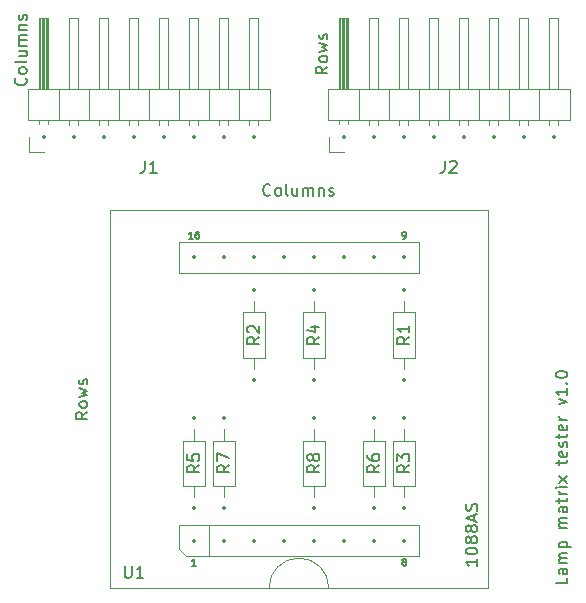
<source format=gbr>
%TF.GenerationSoftware,KiCad,Pcbnew,8.0.0*%
%TF.CreationDate,2024-03-13T19:41:11+01:00*%
%TF.ProjectId,Lamp Matrix Tester,4c616d70-204d-4617-9472-697820546573,1.0*%
%TF.SameCoordinates,Original*%
%TF.FileFunction,Legend,Top*%
%TF.FilePolarity,Positive*%
%FSLAX46Y46*%
G04 Gerber Fmt 4.6, Leading zero omitted, Abs format (unit mm)*
G04 Created by KiCad (PCBNEW 8.0.0) date 2024-03-13 19:41:11*
%MOMM*%
%LPD*%
G01*
G04 APERTURE LIST*
%ADD10C,0.150000*%
%ADD11C,0.120000*%
%ADD12C,0.100000*%
%ADD13C,0.350000*%
G04 APERTURE END LIST*
D10*
X30349819Y-51197745D02*
X29873628Y-51531078D01*
X30349819Y-51769173D02*
X29349819Y-51769173D01*
X29349819Y-51769173D02*
X29349819Y-51388221D01*
X29349819Y-51388221D02*
X29397438Y-51292983D01*
X29397438Y-51292983D02*
X29445057Y-51245364D01*
X29445057Y-51245364D02*
X29540295Y-51197745D01*
X29540295Y-51197745D02*
X29683152Y-51197745D01*
X29683152Y-51197745D02*
X29778390Y-51245364D01*
X29778390Y-51245364D02*
X29826009Y-51292983D01*
X29826009Y-51292983D02*
X29873628Y-51388221D01*
X29873628Y-51388221D02*
X29873628Y-51769173D01*
X30349819Y-50626316D02*
X30302200Y-50721554D01*
X30302200Y-50721554D02*
X30254580Y-50769173D01*
X30254580Y-50769173D02*
X30159342Y-50816792D01*
X30159342Y-50816792D02*
X29873628Y-50816792D01*
X29873628Y-50816792D02*
X29778390Y-50769173D01*
X29778390Y-50769173D02*
X29730771Y-50721554D01*
X29730771Y-50721554D02*
X29683152Y-50626316D01*
X29683152Y-50626316D02*
X29683152Y-50483459D01*
X29683152Y-50483459D02*
X29730771Y-50388221D01*
X29730771Y-50388221D02*
X29778390Y-50340602D01*
X29778390Y-50340602D02*
X29873628Y-50292983D01*
X29873628Y-50292983D02*
X30159342Y-50292983D01*
X30159342Y-50292983D02*
X30254580Y-50340602D01*
X30254580Y-50340602D02*
X30302200Y-50388221D01*
X30302200Y-50388221D02*
X30349819Y-50483459D01*
X30349819Y-50483459D02*
X30349819Y-50626316D01*
X29683152Y-49959649D02*
X30349819Y-49769173D01*
X30349819Y-49769173D02*
X29873628Y-49578697D01*
X29873628Y-49578697D02*
X30349819Y-49388221D01*
X30349819Y-49388221D02*
X29683152Y-49197745D01*
X30302200Y-48864411D02*
X30349819Y-48769173D01*
X30349819Y-48769173D02*
X30349819Y-48578697D01*
X30349819Y-48578697D02*
X30302200Y-48483459D01*
X30302200Y-48483459D02*
X30206961Y-48435840D01*
X30206961Y-48435840D02*
X30159342Y-48435840D01*
X30159342Y-48435840D02*
X30064104Y-48483459D01*
X30064104Y-48483459D02*
X30016485Y-48578697D01*
X30016485Y-48578697D02*
X30016485Y-48721554D01*
X30016485Y-48721554D02*
X29968866Y-48816792D01*
X29968866Y-48816792D02*
X29873628Y-48864411D01*
X29873628Y-48864411D02*
X29826009Y-48864411D01*
X29826009Y-48864411D02*
X29730771Y-48816792D01*
X29730771Y-48816792D02*
X29683152Y-48721554D01*
X29683152Y-48721554D02*
X29683152Y-48578697D01*
X29683152Y-48578697D02*
X29730771Y-48483459D01*
X57127255Y-63875914D02*
X57070112Y-63847342D01*
X57070112Y-63847342D02*
X57041541Y-63818771D01*
X57041541Y-63818771D02*
X57012969Y-63761628D01*
X57012969Y-63761628D02*
X57012969Y-63733057D01*
X57012969Y-63733057D02*
X57041541Y-63675914D01*
X57041541Y-63675914D02*
X57070112Y-63647342D01*
X57070112Y-63647342D02*
X57127255Y-63618771D01*
X57127255Y-63618771D02*
X57241541Y-63618771D01*
X57241541Y-63618771D02*
X57298684Y-63647342D01*
X57298684Y-63647342D02*
X57327255Y-63675914D01*
X57327255Y-63675914D02*
X57355826Y-63733057D01*
X57355826Y-63733057D02*
X57355826Y-63761628D01*
X57355826Y-63761628D02*
X57327255Y-63818771D01*
X57327255Y-63818771D02*
X57298684Y-63847342D01*
X57298684Y-63847342D02*
X57241541Y-63875914D01*
X57241541Y-63875914D02*
X57127255Y-63875914D01*
X57127255Y-63875914D02*
X57070112Y-63904485D01*
X57070112Y-63904485D02*
X57041541Y-63933057D01*
X57041541Y-63933057D02*
X57012969Y-63990200D01*
X57012969Y-63990200D02*
X57012969Y-64104485D01*
X57012969Y-64104485D02*
X57041541Y-64161628D01*
X57041541Y-64161628D02*
X57070112Y-64190200D01*
X57070112Y-64190200D02*
X57127255Y-64218771D01*
X57127255Y-64218771D02*
X57241541Y-64218771D01*
X57241541Y-64218771D02*
X57298684Y-64190200D01*
X57298684Y-64190200D02*
X57327255Y-64161628D01*
X57327255Y-64161628D02*
X57355826Y-64104485D01*
X57355826Y-64104485D02*
X57355826Y-63990200D01*
X57355826Y-63990200D02*
X57327255Y-63933057D01*
X57327255Y-63933057D02*
X57298684Y-63904485D01*
X57298684Y-63904485D02*
X57241541Y-63875914D01*
X39255826Y-36518771D02*
X38912969Y-36518771D01*
X39084398Y-36518771D02*
X39084398Y-35918771D01*
X39084398Y-35918771D02*
X39027255Y-36004485D01*
X39027255Y-36004485D02*
X38970112Y-36061628D01*
X38970112Y-36061628D02*
X38912969Y-36090200D01*
X39770113Y-35918771D02*
X39655827Y-35918771D01*
X39655827Y-35918771D02*
X39598684Y-35947342D01*
X39598684Y-35947342D02*
X39570113Y-35975914D01*
X39570113Y-35975914D02*
X39512970Y-36061628D01*
X39512970Y-36061628D02*
X39484398Y-36175914D01*
X39484398Y-36175914D02*
X39484398Y-36404485D01*
X39484398Y-36404485D02*
X39512970Y-36461628D01*
X39512970Y-36461628D02*
X39541541Y-36490200D01*
X39541541Y-36490200D02*
X39598684Y-36518771D01*
X39598684Y-36518771D02*
X39712970Y-36518771D01*
X39712970Y-36518771D02*
X39770113Y-36490200D01*
X39770113Y-36490200D02*
X39798684Y-36461628D01*
X39798684Y-36461628D02*
X39827255Y-36404485D01*
X39827255Y-36404485D02*
X39827255Y-36261628D01*
X39827255Y-36261628D02*
X39798684Y-36204485D01*
X39798684Y-36204485D02*
X39770113Y-36175914D01*
X39770113Y-36175914D02*
X39712970Y-36147342D01*
X39712970Y-36147342D02*
X39598684Y-36147342D01*
X39598684Y-36147342D02*
X39541541Y-36175914D01*
X39541541Y-36175914D02*
X39512970Y-36204485D01*
X39512970Y-36204485D02*
X39484398Y-36261628D01*
X39555826Y-64218771D02*
X39212969Y-64218771D01*
X39384398Y-64218771D02*
X39384398Y-63618771D01*
X39384398Y-63618771D02*
X39327255Y-63704485D01*
X39327255Y-63704485D02*
X39270112Y-63761628D01*
X39270112Y-63761628D02*
X39212969Y-63790200D01*
X57070112Y-36518771D02*
X57184398Y-36518771D01*
X57184398Y-36518771D02*
X57241541Y-36490200D01*
X57241541Y-36490200D02*
X57270112Y-36461628D01*
X57270112Y-36461628D02*
X57327255Y-36375914D01*
X57327255Y-36375914D02*
X57355826Y-36261628D01*
X57355826Y-36261628D02*
X57355826Y-36033057D01*
X57355826Y-36033057D02*
X57327255Y-35975914D01*
X57327255Y-35975914D02*
X57298684Y-35947342D01*
X57298684Y-35947342D02*
X57241541Y-35918771D01*
X57241541Y-35918771D02*
X57127255Y-35918771D01*
X57127255Y-35918771D02*
X57070112Y-35947342D01*
X57070112Y-35947342D02*
X57041541Y-35975914D01*
X57041541Y-35975914D02*
X57012969Y-36033057D01*
X57012969Y-36033057D02*
X57012969Y-36175914D01*
X57012969Y-36175914D02*
X57041541Y-36233057D01*
X57041541Y-36233057D02*
X57070112Y-36261628D01*
X57070112Y-36261628D02*
X57127255Y-36290200D01*
X57127255Y-36290200D02*
X57241541Y-36290200D01*
X57241541Y-36290200D02*
X57298684Y-36261628D01*
X57298684Y-36261628D02*
X57327255Y-36233057D01*
X57327255Y-36233057D02*
X57355826Y-36175914D01*
X63369819Y-63639411D02*
X63369819Y-64210839D01*
X63369819Y-63925125D02*
X62369819Y-63925125D01*
X62369819Y-63925125D02*
X62512676Y-64020363D01*
X62512676Y-64020363D02*
X62607914Y-64115601D01*
X62607914Y-64115601D02*
X62655533Y-64210839D01*
X62369819Y-63020363D02*
X62369819Y-62925125D01*
X62369819Y-62925125D02*
X62417438Y-62829887D01*
X62417438Y-62829887D02*
X62465057Y-62782268D01*
X62465057Y-62782268D02*
X62560295Y-62734649D01*
X62560295Y-62734649D02*
X62750771Y-62687030D01*
X62750771Y-62687030D02*
X62988866Y-62687030D01*
X62988866Y-62687030D02*
X63179342Y-62734649D01*
X63179342Y-62734649D02*
X63274580Y-62782268D01*
X63274580Y-62782268D02*
X63322200Y-62829887D01*
X63322200Y-62829887D02*
X63369819Y-62925125D01*
X63369819Y-62925125D02*
X63369819Y-63020363D01*
X63369819Y-63020363D02*
X63322200Y-63115601D01*
X63322200Y-63115601D02*
X63274580Y-63163220D01*
X63274580Y-63163220D02*
X63179342Y-63210839D01*
X63179342Y-63210839D02*
X62988866Y-63258458D01*
X62988866Y-63258458D02*
X62750771Y-63258458D01*
X62750771Y-63258458D02*
X62560295Y-63210839D01*
X62560295Y-63210839D02*
X62465057Y-63163220D01*
X62465057Y-63163220D02*
X62417438Y-63115601D01*
X62417438Y-63115601D02*
X62369819Y-63020363D01*
X62798390Y-62115601D02*
X62750771Y-62210839D01*
X62750771Y-62210839D02*
X62703152Y-62258458D01*
X62703152Y-62258458D02*
X62607914Y-62306077D01*
X62607914Y-62306077D02*
X62560295Y-62306077D01*
X62560295Y-62306077D02*
X62465057Y-62258458D01*
X62465057Y-62258458D02*
X62417438Y-62210839D01*
X62417438Y-62210839D02*
X62369819Y-62115601D01*
X62369819Y-62115601D02*
X62369819Y-61925125D01*
X62369819Y-61925125D02*
X62417438Y-61829887D01*
X62417438Y-61829887D02*
X62465057Y-61782268D01*
X62465057Y-61782268D02*
X62560295Y-61734649D01*
X62560295Y-61734649D02*
X62607914Y-61734649D01*
X62607914Y-61734649D02*
X62703152Y-61782268D01*
X62703152Y-61782268D02*
X62750771Y-61829887D01*
X62750771Y-61829887D02*
X62798390Y-61925125D01*
X62798390Y-61925125D02*
X62798390Y-62115601D01*
X62798390Y-62115601D02*
X62846009Y-62210839D01*
X62846009Y-62210839D02*
X62893628Y-62258458D01*
X62893628Y-62258458D02*
X62988866Y-62306077D01*
X62988866Y-62306077D02*
X63179342Y-62306077D01*
X63179342Y-62306077D02*
X63274580Y-62258458D01*
X63274580Y-62258458D02*
X63322200Y-62210839D01*
X63322200Y-62210839D02*
X63369819Y-62115601D01*
X63369819Y-62115601D02*
X63369819Y-61925125D01*
X63369819Y-61925125D02*
X63322200Y-61829887D01*
X63322200Y-61829887D02*
X63274580Y-61782268D01*
X63274580Y-61782268D02*
X63179342Y-61734649D01*
X63179342Y-61734649D02*
X62988866Y-61734649D01*
X62988866Y-61734649D02*
X62893628Y-61782268D01*
X62893628Y-61782268D02*
X62846009Y-61829887D01*
X62846009Y-61829887D02*
X62798390Y-61925125D01*
X62798390Y-61163220D02*
X62750771Y-61258458D01*
X62750771Y-61258458D02*
X62703152Y-61306077D01*
X62703152Y-61306077D02*
X62607914Y-61353696D01*
X62607914Y-61353696D02*
X62560295Y-61353696D01*
X62560295Y-61353696D02*
X62465057Y-61306077D01*
X62465057Y-61306077D02*
X62417438Y-61258458D01*
X62417438Y-61258458D02*
X62369819Y-61163220D01*
X62369819Y-61163220D02*
X62369819Y-60972744D01*
X62369819Y-60972744D02*
X62417438Y-60877506D01*
X62417438Y-60877506D02*
X62465057Y-60829887D01*
X62465057Y-60829887D02*
X62560295Y-60782268D01*
X62560295Y-60782268D02*
X62607914Y-60782268D01*
X62607914Y-60782268D02*
X62703152Y-60829887D01*
X62703152Y-60829887D02*
X62750771Y-60877506D01*
X62750771Y-60877506D02*
X62798390Y-60972744D01*
X62798390Y-60972744D02*
X62798390Y-61163220D01*
X62798390Y-61163220D02*
X62846009Y-61258458D01*
X62846009Y-61258458D02*
X62893628Y-61306077D01*
X62893628Y-61306077D02*
X62988866Y-61353696D01*
X62988866Y-61353696D02*
X63179342Y-61353696D01*
X63179342Y-61353696D02*
X63274580Y-61306077D01*
X63274580Y-61306077D02*
X63322200Y-61258458D01*
X63322200Y-61258458D02*
X63369819Y-61163220D01*
X63369819Y-61163220D02*
X63369819Y-60972744D01*
X63369819Y-60972744D02*
X63322200Y-60877506D01*
X63322200Y-60877506D02*
X63274580Y-60829887D01*
X63274580Y-60829887D02*
X63179342Y-60782268D01*
X63179342Y-60782268D02*
X62988866Y-60782268D01*
X62988866Y-60782268D02*
X62893628Y-60829887D01*
X62893628Y-60829887D02*
X62846009Y-60877506D01*
X62846009Y-60877506D02*
X62798390Y-60972744D01*
X63084104Y-60401315D02*
X63084104Y-59925125D01*
X63369819Y-60496553D02*
X62369819Y-60163220D01*
X62369819Y-60163220D02*
X63369819Y-59829887D01*
X63322200Y-59544172D02*
X63369819Y-59401315D01*
X63369819Y-59401315D02*
X63369819Y-59163220D01*
X63369819Y-59163220D02*
X63322200Y-59067982D01*
X63322200Y-59067982D02*
X63274580Y-59020363D01*
X63274580Y-59020363D02*
X63179342Y-58972744D01*
X63179342Y-58972744D02*
X63084104Y-58972744D01*
X63084104Y-58972744D02*
X62988866Y-59020363D01*
X62988866Y-59020363D02*
X62941247Y-59067982D01*
X62941247Y-59067982D02*
X62893628Y-59163220D01*
X62893628Y-59163220D02*
X62846009Y-59353696D01*
X62846009Y-59353696D02*
X62798390Y-59448934D01*
X62798390Y-59448934D02*
X62750771Y-59496553D01*
X62750771Y-59496553D02*
X62655533Y-59544172D01*
X62655533Y-59544172D02*
X62560295Y-59544172D01*
X62560295Y-59544172D02*
X62465057Y-59496553D01*
X62465057Y-59496553D02*
X62417438Y-59448934D01*
X62417438Y-59448934D02*
X62369819Y-59353696D01*
X62369819Y-59353696D02*
X62369819Y-59115601D01*
X62369819Y-59115601D02*
X62417438Y-58972744D01*
X50669819Y-21951792D02*
X50193628Y-22285125D01*
X50669819Y-22523220D02*
X49669819Y-22523220D01*
X49669819Y-22523220D02*
X49669819Y-22142268D01*
X49669819Y-22142268D02*
X49717438Y-22047030D01*
X49717438Y-22047030D02*
X49765057Y-21999411D01*
X49765057Y-21999411D02*
X49860295Y-21951792D01*
X49860295Y-21951792D02*
X50003152Y-21951792D01*
X50003152Y-21951792D02*
X50098390Y-21999411D01*
X50098390Y-21999411D02*
X50146009Y-22047030D01*
X50146009Y-22047030D02*
X50193628Y-22142268D01*
X50193628Y-22142268D02*
X50193628Y-22523220D01*
X50669819Y-21380363D02*
X50622200Y-21475601D01*
X50622200Y-21475601D02*
X50574580Y-21523220D01*
X50574580Y-21523220D02*
X50479342Y-21570839D01*
X50479342Y-21570839D02*
X50193628Y-21570839D01*
X50193628Y-21570839D02*
X50098390Y-21523220D01*
X50098390Y-21523220D02*
X50050771Y-21475601D01*
X50050771Y-21475601D02*
X50003152Y-21380363D01*
X50003152Y-21380363D02*
X50003152Y-21237506D01*
X50003152Y-21237506D02*
X50050771Y-21142268D01*
X50050771Y-21142268D02*
X50098390Y-21094649D01*
X50098390Y-21094649D02*
X50193628Y-21047030D01*
X50193628Y-21047030D02*
X50479342Y-21047030D01*
X50479342Y-21047030D02*
X50574580Y-21094649D01*
X50574580Y-21094649D02*
X50622200Y-21142268D01*
X50622200Y-21142268D02*
X50669819Y-21237506D01*
X50669819Y-21237506D02*
X50669819Y-21380363D01*
X50003152Y-20713696D02*
X50669819Y-20523220D01*
X50669819Y-20523220D02*
X50193628Y-20332744D01*
X50193628Y-20332744D02*
X50669819Y-20142268D01*
X50669819Y-20142268D02*
X50003152Y-19951792D01*
X50622200Y-19618458D02*
X50669819Y-19523220D01*
X50669819Y-19523220D02*
X50669819Y-19332744D01*
X50669819Y-19332744D02*
X50622200Y-19237506D01*
X50622200Y-19237506D02*
X50526961Y-19189887D01*
X50526961Y-19189887D02*
X50479342Y-19189887D01*
X50479342Y-19189887D02*
X50384104Y-19237506D01*
X50384104Y-19237506D02*
X50336485Y-19332744D01*
X50336485Y-19332744D02*
X50336485Y-19475601D01*
X50336485Y-19475601D02*
X50288866Y-19570839D01*
X50288866Y-19570839D02*
X50193628Y-19618458D01*
X50193628Y-19618458D02*
X50146009Y-19618458D01*
X50146009Y-19618458D02*
X50050771Y-19570839D01*
X50050771Y-19570839D02*
X50003152Y-19475601D01*
X50003152Y-19475601D02*
X50003152Y-19332744D01*
X50003152Y-19332744D02*
X50050771Y-19237506D01*
X25114580Y-22931792D02*
X25162200Y-22979411D01*
X25162200Y-22979411D02*
X25209819Y-23122268D01*
X25209819Y-23122268D02*
X25209819Y-23217506D01*
X25209819Y-23217506D02*
X25162200Y-23360363D01*
X25162200Y-23360363D02*
X25066961Y-23455601D01*
X25066961Y-23455601D02*
X24971723Y-23503220D01*
X24971723Y-23503220D02*
X24781247Y-23550839D01*
X24781247Y-23550839D02*
X24638390Y-23550839D01*
X24638390Y-23550839D02*
X24447914Y-23503220D01*
X24447914Y-23503220D02*
X24352676Y-23455601D01*
X24352676Y-23455601D02*
X24257438Y-23360363D01*
X24257438Y-23360363D02*
X24209819Y-23217506D01*
X24209819Y-23217506D02*
X24209819Y-23122268D01*
X24209819Y-23122268D02*
X24257438Y-22979411D01*
X24257438Y-22979411D02*
X24305057Y-22931792D01*
X25209819Y-22360363D02*
X25162200Y-22455601D01*
X25162200Y-22455601D02*
X25114580Y-22503220D01*
X25114580Y-22503220D02*
X25019342Y-22550839D01*
X25019342Y-22550839D02*
X24733628Y-22550839D01*
X24733628Y-22550839D02*
X24638390Y-22503220D01*
X24638390Y-22503220D02*
X24590771Y-22455601D01*
X24590771Y-22455601D02*
X24543152Y-22360363D01*
X24543152Y-22360363D02*
X24543152Y-22217506D01*
X24543152Y-22217506D02*
X24590771Y-22122268D01*
X24590771Y-22122268D02*
X24638390Y-22074649D01*
X24638390Y-22074649D02*
X24733628Y-22027030D01*
X24733628Y-22027030D02*
X25019342Y-22027030D01*
X25019342Y-22027030D02*
X25114580Y-22074649D01*
X25114580Y-22074649D02*
X25162200Y-22122268D01*
X25162200Y-22122268D02*
X25209819Y-22217506D01*
X25209819Y-22217506D02*
X25209819Y-22360363D01*
X25209819Y-21455601D02*
X25162200Y-21550839D01*
X25162200Y-21550839D02*
X25066961Y-21598458D01*
X25066961Y-21598458D02*
X24209819Y-21598458D01*
X24543152Y-20646077D02*
X25209819Y-20646077D01*
X24543152Y-21074648D02*
X25066961Y-21074648D01*
X25066961Y-21074648D02*
X25162200Y-21027029D01*
X25162200Y-21027029D02*
X25209819Y-20931791D01*
X25209819Y-20931791D02*
X25209819Y-20788934D01*
X25209819Y-20788934D02*
X25162200Y-20693696D01*
X25162200Y-20693696D02*
X25114580Y-20646077D01*
X25209819Y-20169886D02*
X24543152Y-20169886D01*
X24638390Y-20169886D02*
X24590771Y-20122267D01*
X24590771Y-20122267D02*
X24543152Y-20027029D01*
X24543152Y-20027029D02*
X24543152Y-19884172D01*
X24543152Y-19884172D02*
X24590771Y-19788934D01*
X24590771Y-19788934D02*
X24686009Y-19741315D01*
X24686009Y-19741315D02*
X25209819Y-19741315D01*
X24686009Y-19741315D02*
X24590771Y-19693696D01*
X24590771Y-19693696D02*
X24543152Y-19598458D01*
X24543152Y-19598458D02*
X24543152Y-19455601D01*
X24543152Y-19455601D02*
X24590771Y-19360362D01*
X24590771Y-19360362D02*
X24686009Y-19312743D01*
X24686009Y-19312743D02*
X25209819Y-19312743D01*
X24543152Y-18836553D02*
X25209819Y-18836553D01*
X24638390Y-18836553D02*
X24590771Y-18788934D01*
X24590771Y-18788934D02*
X24543152Y-18693696D01*
X24543152Y-18693696D02*
X24543152Y-18550839D01*
X24543152Y-18550839D02*
X24590771Y-18455601D01*
X24590771Y-18455601D02*
X24686009Y-18407982D01*
X24686009Y-18407982D02*
X25209819Y-18407982D01*
X25162200Y-17979410D02*
X25209819Y-17884172D01*
X25209819Y-17884172D02*
X25209819Y-17693696D01*
X25209819Y-17693696D02*
X25162200Y-17598458D01*
X25162200Y-17598458D02*
X25066961Y-17550839D01*
X25066961Y-17550839D02*
X25019342Y-17550839D01*
X25019342Y-17550839D02*
X24924104Y-17598458D01*
X24924104Y-17598458D02*
X24876485Y-17693696D01*
X24876485Y-17693696D02*
X24876485Y-17836553D01*
X24876485Y-17836553D02*
X24828866Y-17931791D01*
X24828866Y-17931791D02*
X24733628Y-17979410D01*
X24733628Y-17979410D02*
X24686009Y-17979410D01*
X24686009Y-17979410D02*
X24590771Y-17931791D01*
X24590771Y-17931791D02*
X24543152Y-17836553D01*
X24543152Y-17836553D02*
X24543152Y-17693696D01*
X24543152Y-17693696D02*
X24590771Y-17598458D01*
X45852731Y-32794580D02*
X45805112Y-32842200D01*
X45805112Y-32842200D02*
X45662255Y-32889819D01*
X45662255Y-32889819D02*
X45567017Y-32889819D01*
X45567017Y-32889819D02*
X45424160Y-32842200D01*
X45424160Y-32842200D02*
X45328922Y-32746961D01*
X45328922Y-32746961D02*
X45281303Y-32651723D01*
X45281303Y-32651723D02*
X45233684Y-32461247D01*
X45233684Y-32461247D02*
X45233684Y-32318390D01*
X45233684Y-32318390D02*
X45281303Y-32127914D01*
X45281303Y-32127914D02*
X45328922Y-32032676D01*
X45328922Y-32032676D02*
X45424160Y-31937438D01*
X45424160Y-31937438D02*
X45567017Y-31889819D01*
X45567017Y-31889819D02*
X45662255Y-31889819D01*
X45662255Y-31889819D02*
X45805112Y-31937438D01*
X45805112Y-31937438D02*
X45852731Y-31985057D01*
X46424160Y-32889819D02*
X46328922Y-32842200D01*
X46328922Y-32842200D02*
X46281303Y-32794580D01*
X46281303Y-32794580D02*
X46233684Y-32699342D01*
X46233684Y-32699342D02*
X46233684Y-32413628D01*
X46233684Y-32413628D02*
X46281303Y-32318390D01*
X46281303Y-32318390D02*
X46328922Y-32270771D01*
X46328922Y-32270771D02*
X46424160Y-32223152D01*
X46424160Y-32223152D02*
X46567017Y-32223152D01*
X46567017Y-32223152D02*
X46662255Y-32270771D01*
X46662255Y-32270771D02*
X46709874Y-32318390D01*
X46709874Y-32318390D02*
X46757493Y-32413628D01*
X46757493Y-32413628D02*
X46757493Y-32699342D01*
X46757493Y-32699342D02*
X46709874Y-32794580D01*
X46709874Y-32794580D02*
X46662255Y-32842200D01*
X46662255Y-32842200D02*
X46567017Y-32889819D01*
X46567017Y-32889819D02*
X46424160Y-32889819D01*
X47328922Y-32889819D02*
X47233684Y-32842200D01*
X47233684Y-32842200D02*
X47186065Y-32746961D01*
X47186065Y-32746961D02*
X47186065Y-31889819D01*
X48138446Y-32223152D02*
X48138446Y-32889819D01*
X47709875Y-32223152D02*
X47709875Y-32746961D01*
X47709875Y-32746961D02*
X47757494Y-32842200D01*
X47757494Y-32842200D02*
X47852732Y-32889819D01*
X47852732Y-32889819D02*
X47995589Y-32889819D01*
X47995589Y-32889819D02*
X48090827Y-32842200D01*
X48090827Y-32842200D02*
X48138446Y-32794580D01*
X48614637Y-32889819D02*
X48614637Y-32223152D01*
X48614637Y-32318390D02*
X48662256Y-32270771D01*
X48662256Y-32270771D02*
X48757494Y-32223152D01*
X48757494Y-32223152D02*
X48900351Y-32223152D01*
X48900351Y-32223152D02*
X48995589Y-32270771D01*
X48995589Y-32270771D02*
X49043208Y-32366009D01*
X49043208Y-32366009D02*
X49043208Y-32889819D01*
X49043208Y-32366009D02*
X49090827Y-32270771D01*
X49090827Y-32270771D02*
X49186065Y-32223152D01*
X49186065Y-32223152D02*
X49328922Y-32223152D01*
X49328922Y-32223152D02*
X49424161Y-32270771D01*
X49424161Y-32270771D02*
X49471780Y-32366009D01*
X49471780Y-32366009D02*
X49471780Y-32889819D01*
X49947970Y-32223152D02*
X49947970Y-32889819D01*
X49947970Y-32318390D02*
X49995589Y-32270771D01*
X49995589Y-32270771D02*
X50090827Y-32223152D01*
X50090827Y-32223152D02*
X50233684Y-32223152D01*
X50233684Y-32223152D02*
X50328922Y-32270771D01*
X50328922Y-32270771D02*
X50376541Y-32366009D01*
X50376541Y-32366009D02*
X50376541Y-32889819D01*
X50805113Y-32842200D02*
X50900351Y-32889819D01*
X50900351Y-32889819D02*
X51090827Y-32889819D01*
X51090827Y-32889819D02*
X51186065Y-32842200D01*
X51186065Y-32842200D02*
X51233684Y-32746961D01*
X51233684Y-32746961D02*
X51233684Y-32699342D01*
X51233684Y-32699342D02*
X51186065Y-32604104D01*
X51186065Y-32604104D02*
X51090827Y-32556485D01*
X51090827Y-32556485D02*
X50947970Y-32556485D01*
X50947970Y-32556485D02*
X50852732Y-32508866D01*
X50852732Y-32508866D02*
X50805113Y-32413628D01*
X50805113Y-32413628D02*
X50805113Y-32366009D01*
X50805113Y-32366009D02*
X50852732Y-32270771D01*
X50852732Y-32270771D02*
X50947970Y-32223152D01*
X50947970Y-32223152D02*
X51090827Y-32223152D01*
X51090827Y-32223152D02*
X51186065Y-32270771D01*
X70989819Y-65227030D02*
X70989819Y-65703220D01*
X70989819Y-65703220D02*
X69989819Y-65703220D01*
X70989819Y-64465125D02*
X70466009Y-64465125D01*
X70466009Y-64465125D02*
X70370771Y-64512744D01*
X70370771Y-64512744D02*
X70323152Y-64607982D01*
X70323152Y-64607982D02*
X70323152Y-64798458D01*
X70323152Y-64798458D02*
X70370771Y-64893696D01*
X70942200Y-64465125D02*
X70989819Y-64560363D01*
X70989819Y-64560363D02*
X70989819Y-64798458D01*
X70989819Y-64798458D02*
X70942200Y-64893696D01*
X70942200Y-64893696D02*
X70846961Y-64941315D01*
X70846961Y-64941315D02*
X70751723Y-64941315D01*
X70751723Y-64941315D02*
X70656485Y-64893696D01*
X70656485Y-64893696D02*
X70608866Y-64798458D01*
X70608866Y-64798458D02*
X70608866Y-64560363D01*
X70608866Y-64560363D02*
X70561247Y-64465125D01*
X70989819Y-63988934D02*
X70323152Y-63988934D01*
X70418390Y-63988934D02*
X70370771Y-63941315D01*
X70370771Y-63941315D02*
X70323152Y-63846077D01*
X70323152Y-63846077D02*
X70323152Y-63703220D01*
X70323152Y-63703220D02*
X70370771Y-63607982D01*
X70370771Y-63607982D02*
X70466009Y-63560363D01*
X70466009Y-63560363D02*
X70989819Y-63560363D01*
X70466009Y-63560363D02*
X70370771Y-63512744D01*
X70370771Y-63512744D02*
X70323152Y-63417506D01*
X70323152Y-63417506D02*
X70323152Y-63274649D01*
X70323152Y-63274649D02*
X70370771Y-63179410D01*
X70370771Y-63179410D02*
X70466009Y-63131791D01*
X70466009Y-63131791D02*
X70989819Y-63131791D01*
X70323152Y-62655601D02*
X71323152Y-62655601D01*
X70370771Y-62655601D02*
X70323152Y-62560363D01*
X70323152Y-62560363D02*
X70323152Y-62369887D01*
X70323152Y-62369887D02*
X70370771Y-62274649D01*
X70370771Y-62274649D02*
X70418390Y-62227030D01*
X70418390Y-62227030D02*
X70513628Y-62179411D01*
X70513628Y-62179411D02*
X70799342Y-62179411D01*
X70799342Y-62179411D02*
X70894580Y-62227030D01*
X70894580Y-62227030D02*
X70942200Y-62274649D01*
X70942200Y-62274649D02*
X70989819Y-62369887D01*
X70989819Y-62369887D02*
X70989819Y-62560363D01*
X70989819Y-62560363D02*
X70942200Y-62655601D01*
X70989819Y-60988934D02*
X70323152Y-60988934D01*
X70418390Y-60988934D02*
X70370771Y-60941315D01*
X70370771Y-60941315D02*
X70323152Y-60846077D01*
X70323152Y-60846077D02*
X70323152Y-60703220D01*
X70323152Y-60703220D02*
X70370771Y-60607982D01*
X70370771Y-60607982D02*
X70466009Y-60560363D01*
X70466009Y-60560363D02*
X70989819Y-60560363D01*
X70466009Y-60560363D02*
X70370771Y-60512744D01*
X70370771Y-60512744D02*
X70323152Y-60417506D01*
X70323152Y-60417506D02*
X70323152Y-60274649D01*
X70323152Y-60274649D02*
X70370771Y-60179410D01*
X70370771Y-60179410D02*
X70466009Y-60131791D01*
X70466009Y-60131791D02*
X70989819Y-60131791D01*
X70989819Y-59227030D02*
X70466009Y-59227030D01*
X70466009Y-59227030D02*
X70370771Y-59274649D01*
X70370771Y-59274649D02*
X70323152Y-59369887D01*
X70323152Y-59369887D02*
X70323152Y-59560363D01*
X70323152Y-59560363D02*
X70370771Y-59655601D01*
X70942200Y-59227030D02*
X70989819Y-59322268D01*
X70989819Y-59322268D02*
X70989819Y-59560363D01*
X70989819Y-59560363D02*
X70942200Y-59655601D01*
X70942200Y-59655601D02*
X70846961Y-59703220D01*
X70846961Y-59703220D02*
X70751723Y-59703220D01*
X70751723Y-59703220D02*
X70656485Y-59655601D01*
X70656485Y-59655601D02*
X70608866Y-59560363D01*
X70608866Y-59560363D02*
X70608866Y-59322268D01*
X70608866Y-59322268D02*
X70561247Y-59227030D01*
X70323152Y-58893696D02*
X70323152Y-58512744D01*
X69989819Y-58750839D02*
X70846961Y-58750839D01*
X70846961Y-58750839D02*
X70942200Y-58703220D01*
X70942200Y-58703220D02*
X70989819Y-58607982D01*
X70989819Y-58607982D02*
X70989819Y-58512744D01*
X70989819Y-58179410D02*
X70323152Y-58179410D01*
X70513628Y-58179410D02*
X70418390Y-58131791D01*
X70418390Y-58131791D02*
X70370771Y-58084172D01*
X70370771Y-58084172D02*
X70323152Y-57988934D01*
X70323152Y-57988934D02*
X70323152Y-57893696D01*
X70989819Y-57560362D02*
X70323152Y-57560362D01*
X69989819Y-57560362D02*
X70037438Y-57607981D01*
X70037438Y-57607981D02*
X70085057Y-57560362D01*
X70085057Y-57560362D02*
X70037438Y-57512743D01*
X70037438Y-57512743D02*
X69989819Y-57560362D01*
X69989819Y-57560362D02*
X70085057Y-57560362D01*
X70989819Y-57179410D02*
X70323152Y-56655601D01*
X70323152Y-57179410D02*
X70989819Y-56655601D01*
X70323152Y-55655600D02*
X70323152Y-55274648D01*
X69989819Y-55512743D02*
X70846961Y-55512743D01*
X70846961Y-55512743D02*
X70942200Y-55465124D01*
X70942200Y-55465124D02*
X70989819Y-55369886D01*
X70989819Y-55369886D02*
X70989819Y-55274648D01*
X70942200Y-54560362D02*
X70989819Y-54655600D01*
X70989819Y-54655600D02*
X70989819Y-54846076D01*
X70989819Y-54846076D02*
X70942200Y-54941314D01*
X70942200Y-54941314D02*
X70846961Y-54988933D01*
X70846961Y-54988933D02*
X70466009Y-54988933D01*
X70466009Y-54988933D02*
X70370771Y-54941314D01*
X70370771Y-54941314D02*
X70323152Y-54846076D01*
X70323152Y-54846076D02*
X70323152Y-54655600D01*
X70323152Y-54655600D02*
X70370771Y-54560362D01*
X70370771Y-54560362D02*
X70466009Y-54512743D01*
X70466009Y-54512743D02*
X70561247Y-54512743D01*
X70561247Y-54512743D02*
X70656485Y-54988933D01*
X70942200Y-54131790D02*
X70989819Y-54036552D01*
X70989819Y-54036552D02*
X70989819Y-53846076D01*
X70989819Y-53846076D02*
X70942200Y-53750838D01*
X70942200Y-53750838D02*
X70846961Y-53703219D01*
X70846961Y-53703219D02*
X70799342Y-53703219D01*
X70799342Y-53703219D02*
X70704104Y-53750838D01*
X70704104Y-53750838D02*
X70656485Y-53846076D01*
X70656485Y-53846076D02*
X70656485Y-53988933D01*
X70656485Y-53988933D02*
X70608866Y-54084171D01*
X70608866Y-54084171D02*
X70513628Y-54131790D01*
X70513628Y-54131790D02*
X70466009Y-54131790D01*
X70466009Y-54131790D02*
X70370771Y-54084171D01*
X70370771Y-54084171D02*
X70323152Y-53988933D01*
X70323152Y-53988933D02*
X70323152Y-53846076D01*
X70323152Y-53846076D02*
X70370771Y-53750838D01*
X70323152Y-53417504D02*
X70323152Y-53036552D01*
X69989819Y-53274647D02*
X70846961Y-53274647D01*
X70846961Y-53274647D02*
X70942200Y-53227028D01*
X70942200Y-53227028D02*
X70989819Y-53131790D01*
X70989819Y-53131790D02*
X70989819Y-53036552D01*
X70942200Y-52322266D02*
X70989819Y-52417504D01*
X70989819Y-52417504D02*
X70989819Y-52607980D01*
X70989819Y-52607980D02*
X70942200Y-52703218D01*
X70942200Y-52703218D02*
X70846961Y-52750837D01*
X70846961Y-52750837D02*
X70466009Y-52750837D01*
X70466009Y-52750837D02*
X70370771Y-52703218D01*
X70370771Y-52703218D02*
X70323152Y-52607980D01*
X70323152Y-52607980D02*
X70323152Y-52417504D01*
X70323152Y-52417504D02*
X70370771Y-52322266D01*
X70370771Y-52322266D02*
X70466009Y-52274647D01*
X70466009Y-52274647D02*
X70561247Y-52274647D01*
X70561247Y-52274647D02*
X70656485Y-52750837D01*
X70989819Y-51846075D02*
X70323152Y-51846075D01*
X70513628Y-51846075D02*
X70418390Y-51798456D01*
X70418390Y-51798456D02*
X70370771Y-51750837D01*
X70370771Y-51750837D02*
X70323152Y-51655599D01*
X70323152Y-51655599D02*
X70323152Y-51560361D01*
X70323152Y-50560360D02*
X70989819Y-50322265D01*
X70989819Y-50322265D02*
X70323152Y-50084170D01*
X70989819Y-49179408D02*
X70989819Y-49750836D01*
X70989819Y-49465122D02*
X69989819Y-49465122D01*
X69989819Y-49465122D02*
X70132676Y-49560360D01*
X70132676Y-49560360D02*
X70227914Y-49655598D01*
X70227914Y-49655598D02*
X70275533Y-49750836D01*
X70894580Y-48750836D02*
X70942200Y-48703217D01*
X70942200Y-48703217D02*
X70989819Y-48750836D01*
X70989819Y-48750836D02*
X70942200Y-48798455D01*
X70942200Y-48798455D02*
X70894580Y-48750836D01*
X70894580Y-48750836D02*
X70989819Y-48750836D01*
X69989819Y-48084170D02*
X69989819Y-47988932D01*
X69989819Y-47988932D02*
X70037438Y-47893694D01*
X70037438Y-47893694D02*
X70085057Y-47846075D01*
X70085057Y-47846075D02*
X70180295Y-47798456D01*
X70180295Y-47798456D02*
X70370771Y-47750837D01*
X70370771Y-47750837D02*
X70608866Y-47750837D01*
X70608866Y-47750837D02*
X70799342Y-47798456D01*
X70799342Y-47798456D02*
X70894580Y-47846075D01*
X70894580Y-47846075D02*
X70942200Y-47893694D01*
X70942200Y-47893694D02*
X70989819Y-47988932D01*
X70989819Y-47988932D02*
X70989819Y-48084170D01*
X70989819Y-48084170D02*
X70942200Y-48179408D01*
X70942200Y-48179408D02*
X70894580Y-48227027D01*
X70894580Y-48227027D02*
X70799342Y-48274646D01*
X70799342Y-48274646D02*
X70608866Y-48322265D01*
X70608866Y-48322265D02*
X70370771Y-48322265D01*
X70370771Y-48322265D02*
X70180295Y-48274646D01*
X70180295Y-48274646D02*
X70085057Y-48227027D01*
X70085057Y-48227027D02*
X70037438Y-48179408D01*
X70037438Y-48179408D02*
X69989819Y-48084170D01*
X44904819Y-44836666D02*
X44428628Y-45169999D01*
X44904819Y-45408094D02*
X43904819Y-45408094D01*
X43904819Y-45408094D02*
X43904819Y-45027142D01*
X43904819Y-45027142D02*
X43952438Y-44931904D01*
X43952438Y-44931904D02*
X44000057Y-44884285D01*
X44000057Y-44884285D02*
X44095295Y-44836666D01*
X44095295Y-44836666D02*
X44238152Y-44836666D01*
X44238152Y-44836666D02*
X44333390Y-44884285D01*
X44333390Y-44884285D02*
X44381009Y-44931904D01*
X44381009Y-44931904D02*
X44428628Y-45027142D01*
X44428628Y-45027142D02*
X44428628Y-45408094D01*
X44000057Y-44455713D02*
X43952438Y-44408094D01*
X43952438Y-44408094D02*
X43904819Y-44312856D01*
X43904819Y-44312856D02*
X43904819Y-44074761D01*
X43904819Y-44074761D02*
X43952438Y-43979523D01*
X43952438Y-43979523D02*
X44000057Y-43931904D01*
X44000057Y-43931904D02*
X44095295Y-43884285D01*
X44095295Y-43884285D02*
X44190533Y-43884285D01*
X44190533Y-43884285D02*
X44333390Y-43931904D01*
X44333390Y-43931904D02*
X44904819Y-44503332D01*
X44904819Y-44503332D02*
X44904819Y-43884285D01*
X39824819Y-55696667D02*
X39348628Y-56030000D01*
X39824819Y-56268095D02*
X38824819Y-56268095D01*
X38824819Y-56268095D02*
X38824819Y-55887143D01*
X38824819Y-55887143D02*
X38872438Y-55791905D01*
X38872438Y-55791905D02*
X38920057Y-55744286D01*
X38920057Y-55744286D02*
X39015295Y-55696667D01*
X39015295Y-55696667D02*
X39158152Y-55696667D01*
X39158152Y-55696667D02*
X39253390Y-55744286D01*
X39253390Y-55744286D02*
X39301009Y-55791905D01*
X39301009Y-55791905D02*
X39348628Y-55887143D01*
X39348628Y-55887143D02*
X39348628Y-56268095D01*
X38824819Y-54791905D02*
X38824819Y-55268095D01*
X38824819Y-55268095D02*
X39301009Y-55315714D01*
X39301009Y-55315714D02*
X39253390Y-55268095D01*
X39253390Y-55268095D02*
X39205771Y-55172857D01*
X39205771Y-55172857D02*
X39205771Y-54934762D01*
X39205771Y-54934762D02*
X39253390Y-54839524D01*
X39253390Y-54839524D02*
X39301009Y-54791905D01*
X39301009Y-54791905D02*
X39396247Y-54744286D01*
X39396247Y-54744286D02*
X39634342Y-54744286D01*
X39634342Y-54744286D02*
X39729580Y-54791905D01*
X39729580Y-54791905D02*
X39777200Y-54839524D01*
X39777200Y-54839524D02*
X39824819Y-54934762D01*
X39824819Y-54934762D02*
X39824819Y-55172857D01*
X39824819Y-55172857D02*
X39777200Y-55268095D01*
X39777200Y-55268095D02*
X39729580Y-55315714D01*
X35226666Y-29934819D02*
X35226666Y-30649104D01*
X35226666Y-30649104D02*
X35179047Y-30791961D01*
X35179047Y-30791961D02*
X35083809Y-30887200D01*
X35083809Y-30887200D02*
X34940952Y-30934819D01*
X34940952Y-30934819D02*
X34845714Y-30934819D01*
X36226666Y-30934819D02*
X35655238Y-30934819D01*
X35940952Y-30934819D02*
X35940952Y-29934819D01*
X35940952Y-29934819D02*
X35845714Y-30077676D01*
X35845714Y-30077676D02*
X35750476Y-30172914D01*
X35750476Y-30172914D02*
X35655238Y-30220533D01*
X49984819Y-44836667D02*
X49508628Y-45170000D01*
X49984819Y-45408095D02*
X48984819Y-45408095D01*
X48984819Y-45408095D02*
X48984819Y-45027143D01*
X48984819Y-45027143D02*
X49032438Y-44931905D01*
X49032438Y-44931905D02*
X49080057Y-44884286D01*
X49080057Y-44884286D02*
X49175295Y-44836667D01*
X49175295Y-44836667D02*
X49318152Y-44836667D01*
X49318152Y-44836667D02*
X49413390Y-44884286D01*
X49413390Y-44884286D02*
X49461009Y-44931905D01*
X49461009Y-44931905D02*
X49508628Y-45027143D01*
X49508628Y-45027143D02*
X49508628Y-45408095D01*
X49318152Y-43979524D02*
X49984819Y-43979524D01*
X48937200Y-44217619D02*
X49651485Y-44455714D01*
X49651485Y-44455714D02*
X49651485Y-43836667D01*
X55064819Y-55696667D02*
X54588628Y-56030000D01*
X55064819Y-56268095D02*
X54064819Y-56268095D01*
X54064819Y-56268095D02*
X54064819Y-55887143D01*
X54064819Y-55887143D02*
X54112438Y-55791905D01*
X54112438Y-55791905D02*
X54160057Y-55744286D01*
X54160057Y-55744286D02*
X54255295Y-55696667D01*
X54255295Y-55696667D02*
X54398152Y-55696667D01*
X54398152Y-55696667D02*
X54493390Y-55744286D01*
X54493390Y-55744286D02*
X54541009Y-55791905D01*
X54541009Y-55791905D02*
X54588628Y-55887143D01*
X54588628Y-55887143D02*
X54588628Y-56268095D01*
X54064819Y-54839524D02*
X54064819Y-55030000D01*
X54064819Y-55030000D02*
X54112438Y-55125238D01*
X54112438Y-55125238D02*
X54160057Y-55172857D01*
X54160057Y-55172857D02*
X54302914Y-55268095D01*
X54302914Y-55268095D02*
X54493390Y-55315714D01*
X54493390Y-55315714D02*
X54874342Y-55315714D01*
X54874342Y-55315714D02*
X54969580Y-55268095D01*
X54969580Y-55268095D02*
X55017200Y-55220476D01*
X55017200Y-55220476D02*
X55064819Y-55125238D01*
X55064819Y-55125238D02*
X55064819Y-54934762D01*
X55064819Y-54934762D02*
X55017200Y-54839524D01*
X55017200Y-54839524D02*
X54969580Y-54791905D01*
X54969580Y-54791905D02*
X54874342Y-54744286D01*
X54874342Y-54744286D02*
X54636247Y-54744286D01*
X54636247Y-54744286D02*
X54541009Y-54791905D01*
X54541009Y-54791905D02*
X54493390Y-54839524D01*
X54493390Y-54839524D02*
X54445771Y-54934762D01*
X54445771Y-54934762D02*
X54445771Y-55125238D01*
X54445771Y-55125238D02*
X54493390Y-55220476D01*
X54493390Y-55220476D02*
X54541009Y-55268095D01*
X54541009Y-55268095D02*
X54636247Y-55315714D01*
X42364819Y-55696667D02*
X41888628Y-56030000D01*
X42364819Y-56268095D02*
X41364819Y-56268095D01*
X41364819Y-56268095D02*
X41364819Y-55887143D01*
X41364819Y-55887143D02*
X41412438Y-55791905D01*
X41412438Y-55791905D02*
X41460057Y-55744286D01*
X41460057Y-55744286D02*
X41555295Y-55696667D01*
X41555295Y-55696667D02*
X41698152Y-55696667D01*
X41698152Y-55696667D02*
X41793390Y-55744286D01*
X41793390Y-55744286D02*
X41841009Y-55791905D01*
X41841009Y-55791905D02*
X41888628Y-55887143D01*
X41888628Y-55887143D02*
X41888628Y-56268095D01*
X41364819Y-55363333D02*
X41364819Y-54696667D01*
X41364819Y-54696667D02*
X42364819Y-55125238D01*
X57604819Y-55696667D02*
X57128628Y-56030000D01*
X57604819Y-56268095D02*
X56604819Y-56268095D01*
X56604819Y-56268095D02*
X56604819Y-55887143D01*
X56604819Y-55887143D02*
X56652438Y-55791905D01*
X56652438Y-55791905D02*
X56700057Y-55744286D01*
X56700057Y-55744286D02*
X56795295Y-55696667D01*
X56795295Y-55696667D02*
X56938152Y-55696667D01*
X56938152Y-55696667D02*
X57033390Y-55744286D01*
X57033390Y-55744286D02*
X57081009Y-55791905D01*
X57081009Y-55791905D02*
X57128628Y-55887143D01*
X57128628Y-55887143D02*
X57128628Y-56268095D01*
X56604819Y-55363333D02*
X56604819Y-54744286D01*
X56604819Y-54744286D02*
X56985771Y-55077619D01*
X56985771Y-55077619D02*
X56985771Y-54934762D01*
X56985771Y-54934762D02*
X57033390Y-54839524D01*
X57033390Y-54839524D02*
X57081009Y-54791905D01*
X57081009Y-54791905D02*
X57176247Y-54744286D01*
X57176247Y-54744286D02*
X57414342Y-54744286D01*
X57414342Y-54744286D02*
X57509580Y-54791905D01*
X57509580Y-54791905D02*
X57557200Y-54839524D01*
X57557200Y-54839524D02*
X57604819Y-54934762D01*
X57604819Y-54934762D02*
X57604819Y-55220476D01*
X57604819Y-55220476D02*
X57557200Y-55315714D01*
X57557200Y-55315714D02*
X57509580Y-55363333D01*
X49984819Y-55696667D02*
X49508628Y-56030000D01*
X49984819Y-56268095D02*
X48984819Y-56268095D01*
X48984819Y-56268095D02*
X48984819Y-55887143D01*
X48984819Y-55887143D02*
X49032438Y-55791905D01*
X49032438Y-55791905D02*
X49080057Y-55744286D01*
X49080057Y-55744286D02*
X49175295Y-55696667D01*
X49175295Y-55696667D02*
X49318152Y-55696667D01*
X49318152Y-55696667D02*
X49413390Y-55744286D01*
X49413390Y-55744286D02*
X49461009Y-55791905D01*
X49461009Y-55791905D02*
X49508628Y-55887143D01*
X49508628Y-55887143D02*
X49508628Y-56268095D01*
X49413390Y-55125238D02*
X49365771Y-55220476D01*
X49365771Y-55220476D02*
X49318152Y-55268095D01*
X49318152Y-55268095D02*
X49222914Y-55315714D01*
X49222914Y-55315714D02*
X49175295Y-55315714D01*
X49175295Y-55315714D02*
X49080057Y-55268095D01*
X49080057Y-55268095D02*
X49032438Y-55220476D01*
X49032438Y-55220476D02*
X48984819Y-55125238D01*
X48984819Y-55125238D02*
X48984819Y-54934762D01*
X48984819Y-54934762D02*
X49032438Y-54839524D01*
X49032438Y-54839524D02*
X49080057Y-54791905D01*
X49080057Y-54791905D02*
X49175295Y-54744286D01*
X49175295Y-54744286D02*
X49222914Y-54744286D01*
X49222914Y-54744286D02*
X49318152Y-54791905D01*
X49318152Y-54791905D02*
X49365771Y-54839524D01*
X49365771Y-54839524D02*
X49413390Y-54934762D01*
X49413390Y-54934762D02*
X49413390Y-55125238D01*
X49413390Y-55125238D02*
X49461009Y-55220476D01*
X49461009Y-55220476D02*
X49508628Y-55268095D01*
X49508628Y-55268095D02*
X49603866Y-55315714D01*
X49603866Y-55315714D02*
X49794342Y-55315714D01*
X49794342Y-55315714D02*
X49889580Y-55268095D01*
X49889580Y-55268095D02*
X49937200Y-55220476D01*
X49937200Y-55220476D02*
X49984819Y-55125238D01*
X49984819Y-55125238D02*
X49984819Y-54934762D01*
X49984819Y-54934762D02*
X49937200Y-54839524D01*
X49937200Y-54839524D02*
X49889580Y-54791905D01*
X49889580Y-54791905D02*
X49794342Y-54744286D01*
X49794342Y-54744286D02*
X49603866Y-54744286D01*
X49603866Y-54744286D02*
X49508628Y-54791905D01*
X49508628Y-54791905D02*
X49461009Y-54839524D01*
X49461009Y-54839524D02*
X49413390Y-54934762D01*
X60626666Y-29934819D02*
X60626666Y-30649104D01*
X60626666Y-30649104D02*
X60579047Y-30791961D01*
X60579047Y-30791961D02*
X60483809Y-30887200D01*
X60483809Y-30887200D02*
X60340952Y-30934819D01*
X60340952Y-30934819D02*
X60245714Y-30934819D01*
X61055238Y-30030057D02*
X61102857Y-29982438D01*
X61102857Y-29982438D02*
X61198095Y-29934819D01*
X61198095Y-29934819D02*
X61436190Y-29934819D01*
X61436190Y-29934819D02*
X61531428Y-29982438D01*
X61531428Y-29982438D02*
X61579047Y-30030057D01*
X61579047Y-30030057D02*
X61626666Y-30125295D01*
X61626666Y-30125295D02*
X61626666Y-30220533D01*
X61626666Y-30220533D02*
X61579047Y-30363390D01*
X61579047Y-30363390D02*
X61007619Y-30934819D01*
X61007619Y-30934819D02*
X61626666Y-30934819D01*
X57604819Y-44836667D02*
X57128628Y-45170000D01*
X57604819Y-45408095D02*
X56604819Y-45408095D01*
X56604819Y-45408095D02*
X56604819Y-45027143D01*
X56604819Y-45027143D02*
X56652438Y-44931905D01*
X56652438Y-44931905D02*
X56700057Y-44884286D01*
X56700057Y-44884286D02*
X56795295Y-44836667D01*
X56795295Y-44836667D02*
X56938152Y-44836667D01*
X56938152Y-44836667D02*
X57033390Y-44884286D01*
X57033390Y-44884286D02*
X57081009Y-44931905D01*
X57081009Y-44931905D02*
X57128628Y-45027143D01*
X57128628Y-45027143D02*
X57128628Y-45408095D01*
X57604819Y-43884286D02*
X57604819Y-44455714D01*
X57604819Y-44170000D02*
X56604819Y-44170000D01*
X56604819Y-44170000D02*
X56747676Y-44265238D01*
X56747676Y-44265238D02*
X56842914Y-44360476D01*
X56842914Y-44360476D02*
X56890533Y-44455714D01*
X33528095Y-64224819D02*
X33528095Y-65034342D01*
X33528095Y-65034342D02*
X33575714Y-65129580D01*
X33575714Y-65129580D02*
X33623333Y-65177200D01*
X33623333Y-65177200D02*
X33718571Y-65224819D01*
X33718571Y-65224819D02*
X33909047Y-65224819D01*
X33909047Y-65224819D02*
X34004285Y-65177200D01*
X34004285Y-65177200D02*
X34051904Y-65129580D01*
X34051904Y-65129580D02*
X34099523Y-65034342D01*
X34099523Y-65034342D02*
X34099523Y-64224819D01*
X35099523Y-65224819D02*
X34528095Y-65224819D01*
X34813809Y-65224819D02*
X34813809Y-64224819D01*
X34813809Y-64224819D02*
X34718571Y-64367676D01*
X34718571Y-64367676D02*
X34623333Y-64462914D01*
X34623333Y-64462914D02*
X34528095Y-64510533D01*
D11*
%TO.C,R2*%
X43530000Y-42750000D02*
X43530000Y-46590000D01*
X43530000Y-46590000D02*
X45370000Y-46590000D01*
X44450000Y-41800000D02*
X44450000Y-42750000D01*
X44450000Y-47540000D02*
X44450000Y-46590000D01*
X45370000Y-42750000D02*
X43530000Y-42750000D01*
X45370000Y-46590000D02*
X45370000Y-42750000D01*
%TO.C,R5*%
X38450000Y-53610001D02*
X38450000Y-57450001D01*
X38450000Y-57450001D02*
X40290000Y-57450001D01*
X39370000Y-52660001D02*
X39370000Y-53610001D01*
X39370000Y-58400001D02*
X39370000Y-57450001D01*
X40290000Y-53610001D02*
X38450000Y-53610001D01*
X40290000Y-57450001D02*
X40290000Y-53610001D01*
%TO.C,J1*%
X25340000Y-23840000D02*
X25340000Y-26500000D01*
X25340000Y-26500000D02*
X45780000Y-26500000D01*
X25400000Y-29210000D02*
X25400000Y-27940000D01*
X26290000Y-17840000D02*
X27050000Y-17840000D01*
X26290000Y-23840000D02*
X26290000Y-17840000D01*
X26290000Y-26830000D02*
X26290000Y-26500000D01*
X26350000Y-23840000D02*
X26350000Y-17840000D01*
X26470000Y-23840000D02*
X26470000Y-17840000D01*
X26590000Y-23840000D02*
X26590000Y-17840000D01*
X26670000Y-29210000D02*
X25400000Y-29210000D01*
X26710000Y-23840000D02*
X26710000Y-17840000D01*
X26830000Y-23840000D02*
X26830000Y-17840000D01*
X26950000Y-23840000D02*
X26950000Y-17840000D01*
X27050000Y-17840000D02*
X27050000Y-23840000D01*
X27050000Y-26830000D02*
X27050000Y-26500000D01*
X27940000Y-26500000D02*
X27940000Y-23840000D01*
X28830000Y-17840000D02*
X29590000Y-17840000D01*
X28830000Y-23840000D02*
X28830000Y-17840000D01*
X28830000Y-26897071D02*
X28830000Y-26500000D01*
X29590000Y-17840000D02*
X29590000Y-23840000D01*
X29590000Y-26897071D02*
X29590000Y-26500000D01*
X30480000Y-26500000D02*
X30480000Y-23840000D01*
X31370000Y-17840000D02*
X32130000Y-17840000D01*
X31370000Y-23840000D02*
X31370000Y-17840000D01*
X31370000Y-26897071D02*
X31370000Y-26500000D01*
X32130000Y-17840000D02*
X32130000Y-23840000D01*
X32130000Y-26897071D02*
X32130000Y-26500000D01*
X33020000Y-26500000D02*
X33020000Y-23840000D01*
X33910000Y-17840000D02*
X34670000Y-17840000D01*
X33910000Y-23840000D02*
X33910000Y-17840000D01*
X33910000Y-26897071D02*
X33910000Y-26500000D01*
X34670000Y-17840000D02*
X34670000Y-23840000D01*
X34670000Y-26897071D02*
X34670000Y-26500000D01*
X35560000Y-26500000D02*
X35560000Y-23840000D01*
X36450000Y-17840000D02*
X37210000Y-17840000D01*
X36450000Y-23840000D02*
X36450000Y-17840000D01*
X36450000Y-26897071D02*
X36450000Y-26500000D01*
X37210000Y-17840000D02*
X37210000Y-23840000D01*
X37210000Y-26897071D02*
X37210000Y-26500000D01*
X38100000Y-26500000D02*
X38100000Y-23840000D01*
X38990000Y-17840000D02*
X39750000Y-17840000D01*
X38990000Y-23840000D02*
X38990000Y-17840000D01*
X38990000Y-26897071D02*
X38990000Y-26500000D01*
X39750000Y-17840000D02*
X39750000Y-23840000D01*
X39750000Y-26897071D02*
X39750000Y-26500000D01*
X40640000Y-26500000D02*
X40640000Y-23840000D01*
X41530000Y-17840000D02*
X42290000Y-17840000D01*
X41530000Y-23840000D02*
X41530000Y-17840000D01*
X41530000Y-26897071D02*
X41530000Y-26500000D01*
X42290000Y-17840000D02*
X42290000Y-23840000D01*
X42290000Y-26897071D02*
X42290000Y-26500000D01*
X43180000Y-26500000D02*
X43180000Y-23840000D01*
X44070000Y-17840000D02*
X44830000Y-17840000D01*
X44070000Y-23840000D02*
X44070000Y-17840000D01*
X44070000Y-26897071D02*
X44070000Y-26500000D01*
X44830000Y-17840000D02*
X44830000Y-23840000D01*
X44830000Y-26897071D02*
X44830000Y-26500000D01*
X45780000Y-23840000D02*
X25340000Y-23840000D01*
X45780000Y-26500000D02*
X45780000Y-23840000D01*
%TO.C,R4*%
X48610000Y-42750001D02*
X48610000Y-46590001D01*
X48610000Y-46590001D02*
X50450000Y-46590001D01*
X49530000Y-41800001D02*
X49530000Y-42750001D01*
X49530000Y-47540001D02*
X49530000Y-46590001D01*
X50450000Y-42750001D02*
X48610000Y-42750001D01*
X50450000Y-46590001D02*
X50450000Y-42750001D01*
%TO.C,R6*%
X53690000Y-53610001D02*
X53690000Y-57450001D01*
X53690000Y-57450001D02*
X55530000Y-57450001D01*
X54610000Y-52660001D02*
X54610000Y-53610001D01*
X54610000Y-58400001D02*
X54610000Y-57450001D01*
X55530000Y-53610001D02*
X53690000Y-53610001D01*
X55530000Y-57450001D02*
X55530000Y-53610001D01*
%TO.C,R7*%
X40990000Y-53610001D02*
X40990000Y-57450001D01*
X40990000Y-57450001D02*
X42830000Y-57450001D01*
X41910000Y-52660001D02*
X41910000Y-53610001D01*
X41910000Y-58400001D02*
X41910000Y-57450001D01*
X42830000Y-53610001D02*
X40990000Y-53610001D01*
X42830000Y-57450001D02*
X42830000Y-53610001D01*
%TO.C,R3*%
X56230000Y-53610001D02*
X56230000Y-57450001D01*
X56230000Y-57450001D02*
X58070000Y-57450001D01*
X57150000Y-52660001D02*
X57150000Y-53610001D01*
X57150000Y-58400001D02*
X57150000Y-57450001D01*
X58070000Y-53610001D02*
X56230000Y-53610001D01*
X58070000Y-57450001D02*
X58070000Y-53610001D01*
%TO.C,R8*%
X48610000Y-53610001D02*
X48610000Y-57450001D01*
X48610000Y-57450001D02*
X50450000Y-57450001D01*
X49530000Y-52660001D02*
X49530000Y-53610001D01*
X49530000Y-58400001D02*
X49530000Y-57450001D01*
X50450000Y-53610001D02*
X48610000Y-53610001D01*
X50450000Y-57450001D02*
X50450000Y-53610001D01*
%TO.C,J2*%
X50740000Y-23840000D02*
X50740000Y-26500000D01*
X50740000Y-26500000D02*
X71180000Y-26500000D01*
X50800000Y-29210000D02*
X50800000Y-27940000D01*
X51690000Y-17840000D02*
X52450000Y-17840000D01*
X51690000Y-23840000D02*
X51690000Y-17840000D01*
X51690000Y-26830000D02*
X51690000Y-26500000D01*
X51750000Y-23840000D02*
X51750000Y-17840000D01*
X51870000Y-23840000D02*
X51870000Y-17840000D01*
X51990000Y-23840000D02*
X51990000Y-17840000D01*
X52070000Y-29210000D02*
X50800000Y-29210000D01*
X52110000Y-23840000D02*
X52110000Y-17840000D01*
X52230000Y-23840000D02*
X52230000Y-17840000D01*
X52350000Y-23840000D02*
X52350000Y-17840000D01*
X52450000Y-17840000D02*
X52450000Y-23840000D01*
X52450000Y-26830000D02*
X52450000Y-26500000D01*
X53340000Y-26500000D02*
X53340000Y-23840000D01*
X54230000Y-17840000D02*
X54990000Y-17840000D01*
X54230000Y-23840000D02*
X54230000Y-17840000D01*
X54230000Y-26897071D02*
X54230000Y-26500000D01*
X54990000Y-17840000D02*
X54990000Y-23840000D01*
X54990000Y-26897071D02*
X54990000Y-26500000D01*
X55880000Y-26500000D02*
X55880000Y-23840000D01*
X56770000Y-17840000D02*
X57530000Y-17840000D01*
X56770000Y-23840000D02*
X56770000Y-17840000D01*
X56770000Y-26897071D02*
X56770000Y-26500000D01*
X57530000Y-17840000D02*
X57530000Y-23840000D01*
X57530000Y-26897071D02*
X57530000Y-26500000D01*
X58420000Y-26500000D02*
X58420000Y-23840000D01*
X59310000Y-17840000D02*
X60070000Y-17840000D01*
X59310000Y-23840000D02*
X59310000Y-17840000D01*
X59310000Y-26897071D02*
X59310000Y-26500000D01*
X60070000Y-17840000D02*
X60070000Y-23840000D01*
X60070000Y-26897071D02*
X60070000Y-26500000D01*
X60960000Y-26500000D02*
X60960000Y-23840000D01*
X61850000Y-17840000D02*
X62610000Y-17840000D01*
X61850000Y-23840000D02*
X61850000Y-17840000D01*
X61850000Y-26897071D02*
X61850000Y-26500000D01*
X62610000Y-17840000D02*
X62610000Y-23840000D01*
X62610000Y-26897071D02*
X62610000Y-26500000D01*
X63500000Y-26500000D02*
X63500000Y-23840000D01*
X64390000Y-17840000D02*
X65150000Y-17840000D01*
X64390000Y-23840000D02*
X64390000Y-17840000D01*
X64390000Y-26897071D02*
X64390000Y-26500000D01*
X65150000Y-17840000D02*
X65150000Y-23840000D01*
X65150000Y-26897071D02*
X65150000Y-26500000D01*
X66040000Y-26500000D02*
X66040000Y-23840000D01*
X66930000Y-17840000D02*
X67690000Y-17840000D01*
X66930000Y-23840000D02*
X66930000Y-17840000D01*
X66930000Y-26897071D02*
X66930000Y-26500000D01*
X67690000Y-17840000D02*
X67690000Y-23840000D01*
X67690000Y-26897071D02*
X67690000Y-26500000D01*
X68580000Y-26500000D02*
X68580000Y-23840000D01*
X69470000Y-17840000D02*
X70230000Y-17840000D01*
X69470000Y-23840000D02*
X69470000Y-17840000D01*
X69470000Y-26897071D02*
X69470000Y-26500000D01*
X70230000Y-17840000D02*
X70230000Y-23840000D01*
X70230000Y-26897071D02*
X70230000Y-26500000D01*
X71180000Y-23840000D02*
X50740000Y-23840000D01*
X71180000Y-26500000D02*
X71180000Y-23840000D01*
%TO.C,R1*%
X56230000Y-42750001D02*
X56230000Y-46590001D01*
X56230000Y-46590001D02*
X58070000Y-46590001D01*
X57150000Y-41800001D02*
X57150000Y-42750001D01*
X57150000Y-47540001D02*
X57150000Y-46590001D01*
X58070000Y-42750001D02*
X56230000Y-42750001D01*
X58070000Y-46590001D02*
X58070000Y-42750001D01*
D12*
%TO.C,U1*%
X38070000Y-36800000D02*
X38070000Y-39400000D01*
X38070000Y-36800000D02*
X58450000Y-36800000D01*
X38080000Y-60800000D02*
X58460000Y-60800000D01*
X38080000Y-62750000D02*
X38080000Y-60800000D01*
X38735000Y-63400000D02*
X38100000Y-62770000D01*
X40640000Y-63400000D02*
X40640000Y-60800000D01*
X58450000Y-36800000D02*
X58450000Y-39400000D01*
X58450000Y-39400000D02*
X38070000Y-39400000D01*
X58460000Y-60800000D02*
X58460000Y-63400000D01*
X58460000Y-63400000D02*
X38735000Y-63400000D01*
X32260000Y-34100000D02*
X64260000Y-34100000D01*
X64260000Y-66100000D01*
X32260000Y-66100000D01*
X32260000Y-34100000D01*
X45720000Y-66100000D02*
G75*
G02*
X48260000Y-63560000I2540000J0D01*
G01*
X48260000Y-63560000D02*
G75*
G02*
X50800000Y-66100000I-1J-2540001D01*
G01*
%TD*%
D13*
X44450000Y-40860000D03*
X44450000Y-48480000D03*
X39370000Y-59340001D03*
X39370000Y-51720001D03*
X26670000Y-27940000D03*
X29210000Y-27940000D03*
X31750000Y-27940000D03*
X34290000Y-27940000D03*
X36830000Y-27940000D03*
X39370000Y-27940000D03*
X41910000Y-27940000D03*
X44450000Y-27940000D03*
X49530000Y-40860001D03*
X49530000Y-48480001D03*
X54610000Y-51720001D03*
X54610000Y-59340001D03*
X41910000Y-51720001D03*
X41910000Y-59340001D03*
X57150000Y-51720001D03*
X57150000Y-59340001D03*
X49530000Y-51720001D03*
X49530000Y-59340001D03*
X52070000Y-27940000D03*
X54610000Y-27940000D03*
X57150000Y-27940000D03*
X59690000Y-27940000D03*
X62230000Y-27940000D03*
X64770000Y-27940000D03*
X67310000Y-27940000D03*
X69850000Y-27940000D03*
X57150000Y-40860001D03*
X57150000Y-48480001D03*
X39370000Y-62100000D03*
X41910000Y-62100000D03*
X44450000Y-62100000D03*
X46990000Y-62100000D03*
X49530000Y-62100000D03*
X52070000Y-62100000D03*
X54610000Y-62100000D03*
X57150000Y-62100000D03*
X57150000Y-38100000D03*
X54610000Y-38100000D03*
X52070000Y-38100000D03*
X49530000Y-38100000D03*
X46990000Y-38100000D03*
X44450000Y-38100000D03*
X41910000Y-38100000D03*
X39370000Y-38100000D03*
M02*

</source>
